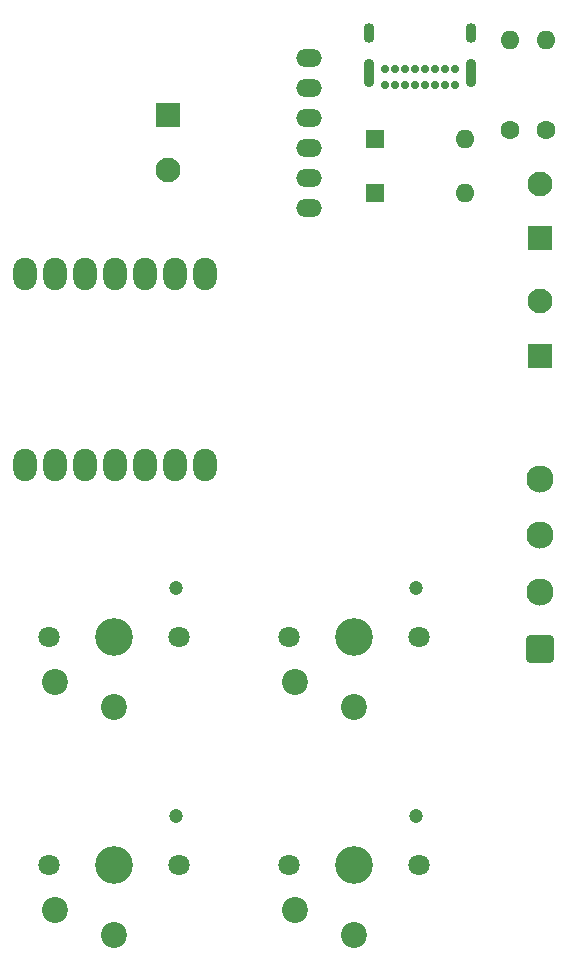
<source format=gbr>
%TF.GenerationSoftware,KiCad,Pcbnew,(6.0.1)*%
%TF.CreationDate,2022-02-21T12:46:14-05:00*%
%TF.ProjectId,InductorSchem,496e6475-6374-46f7-9253-6368656d2e6b,1*%
%TF.SameCoordinates,Original*%
%TF.FileFunction,Soldermask,Bot*%
%TF.FilePolarity,Negative*%
%FSLAX46Y46*%
G04 Gerber Fmt 4.6, Leading zero omitted, Abs format (unit mm)*
G04 Created by KiCad (PCBNEW (6.0.1)) date 2022-02-21 12:46:14*
%MOMM*%
%LPD*%
G01*
G04 APERTURE LIST*
G04 Aperture macros list*
%AMRoundRect*
0 Rectangle with rounded corners*
0 $1 Rounding radius*
0 $2 $3 $4 $5 $6 $7 $8 $9 X,Y pos of 4 corners*
0 Add a 4 corners polygon primitive as box body*
4,1,4,$2,$3,$4,$5,$6,$7,$8,$9,$2,$3,0*
0 Add four circle primitives for the rounded corners*
1,1,$1+$1,$2,$3*
1,1,$1+$1,$4,$5*
1,1,$1+$1,$6,$7*
1,1,$1+$1,$8,$9*
0 Add four rect primitives between the rounded corners*
20,1,$1+$1,$2,$3,$4,$5,0*
20,1,$1+$1,$4,$5,$6,$7,0*
20,1,$1+$1,$6,$7,$8,$9,0*
20,1,$1+$1,$8,$9,$2,$3,0*%
G04 Aperture macros list end*
%ADD10O,2.200000X1.500000*%
%ADD11O,1.998980X2.748280*%
%ADD12RoundRect,0.250001X0.899999X-0.899999X0.899999X0.899999X-0.899999X0.899999X-0.899999X-0.899999X0*%
%ADD13C,2.300000*%
%ADD14C,0.700000*%
%ADD15O,0.900000X2.400000*%
%ADD16O,0.900000X1.700000*%
%ADD17R,1.600000X1.600000*%
%ADD18O,1.600000X1.600000*%
%ADD19RoundRect,0.250001X0.799999X-0.799999X0.799999X0.799999X-0.799999X0.799999X-0.799999X-0.799999X0*%
%ADD20C,2.100000*%
%ADD21C,1.600000*%
%ADD22C,3.200000*%
%ADD23C,1.800000*%
%ADD24C,1.200000*%
%ADD25C,2.200000*%
%ADD26RoundRect,0.250001X-0.799999X0.799999X-0.799999X-0.799999X0.799999X-0.799999X0.799999X0.799999X0*%
G04 APERTURE END LIST*
D10*
%TO.C,U2*%
X148094000Y-58676917D03*
X148094000Y-61216917D03*
X148094000Y-63756917D03*
X148094000Y-66296917D03*
X148094000Y-68836917D03*
X148094000Y-71376917D03*
%TD*%
D11*
%TO.C,U1*%
X124064490Y-93125290D03*
X126604490Y-93125290D03*
X129144490Y-93125290D03*
X131684490Y-93125290D03*
X134224490Y-93125290D03*
X136764490Y-93125290D03*
X139304490Y-93125290D03*
X139304490Y-76960730D03*
X136764490Y-76960730D03*
X134224490Y-76960730D03*
X131684490Y-76960730D03*
X129144490Y-76960730D03*
X126604490Y-76960730D03*
X124064490Y-76960730D03*
%TD*%
D12*
%TO.C,J5*%
X167640000Y-108660000D03*
D13*
X167640000Y-103860000D03*
X167640000Y-99060000D03*
X167640000Y-94260000D03*
%TD*%
D14*
%TO.C,J1*%
X160455000Y-60921000D03*
X159605000Y-60921000D03*
X158755000Y-60921000D03*
X157905000Y-60921000D03*
X157055000Y-60921000D03*
X156205000Y-60921000D03*
X155355000Y-60921000D03*
X154505000Y-60921000D03*
X154505000Y-59571000D03*
X155355000Y-59571000D03*
X156205000Y-59571000D03*
X157055000Y-59571000D03*
X157905000Y-59571000D03*
X158755000Y-59571000D03*
X159605000Y-59571000D03*
X160455000Y-59571000D03*
D15*
X153155000Y-59941000D03*
D16*
X153155000Y-56561000D03*
X161805000Y-56561000D03*
D15*
X161805000Y-59941000D03*
%TD*%
D17*
%TO.C,D1*%
X153670000Y-70104000D03*
D18*
X161290000Y-70104000D03*
%TD*%
D19*
%TO.C,J3*%
X167640000Y-73928000D03*
D20*
X167640000Y-69328000D03*
%TD*%
D21*
%TO.C,R2*%
X168148000Y-64770000D03*
D18*
X168148000Y-57150000D03*
%TD*%
D17*
%TO.C,D2*%
X153670000Y-65532000D03*
D18*
X161290000Y-65532000D03*
%TD*%
D22*
%TO.C,SW4*%
X151892000Y-127000000D03*
D23*
X146392000Y-127000000D03*
X157392000Y-127000000D03*
D24*
X157112000Y-122800000D03*
D25*
X151892000Y-132900000D03*
X146892000Y-130800000D03*
%TD*%
D19*
%TO.C,J4*%
X167640000Y-83848000D03*
D20*
X167640000Y-79248000D03*
%TD*%
D26*
%TO.C,J2*%
X136144000Y-63500000D03*
D20*
X136144000Y-68100000D03*
%TD*%
D24*
%TO.C,SW3*%
X157112000Y-103496000D03*
D22*
X151892000Y-107696000D03*
D23*
X157392000Y-107696000D03*
X146392000Y-107696000D03*
D25*
X151892000Y-113596000D03*
X146892000Y-111496000D03*
%TD*%
D23*
%TO.C,SW1*%
X126072000Y-107696000D03*
D22*
X131572000Y-107696000D03*
D24*
X136792000Y-103496000D03*
D23*
X137072000Y-107696000D03*
D25*
X131572000Y-113596000D03*
X126572000Y-111496000D03*
%TD*%
D23*
%TO.C,SW2*%
X126072000Y-127000000D03*
D24*
X136792000Y-122800000D03*
D22*
X131572000Y-127000000D03*
D23*
X137072000Y-127000000D03*
D25*
X131572000Y-132900000D03*
X126572000Y-130800000D03*
%TD*%
D21*
%TO.C,R1*%
X165100000Y-64770000D03*
D18*
X165100000Y-57150000D03*
%TD*%
M02*

</source>
